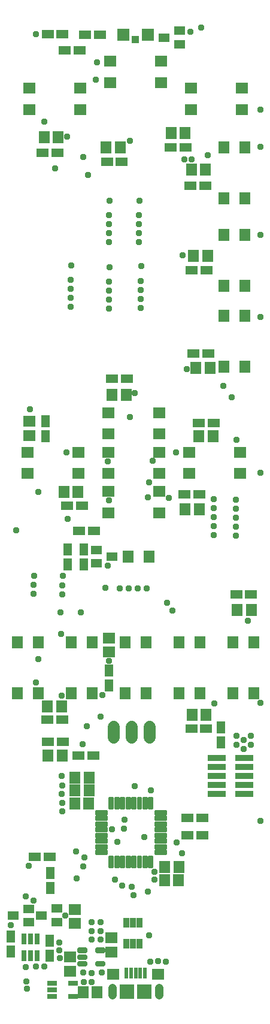
<source format=gbr>
G04 EAGLE Gerber RS-274X export*
G75*
%MOMM*%
%FSLAX34Y34*%
%LPD*%
%INSoldermask Top*%
%IPPOS*%
%AMOC8*
5,1,8,0,0,1.08239X$1,22.5*%
G01*
%ADD10R,1.503200X1.803200*%
%ADD11R,1.803200X1.503200*%
%ADD12R,1.103200X1.103200*%
%ADD13R,1.703200X1.703200*%
%ADD14R,1.603200X1.703200*%
%ADD15C,0.338938*%
%ADD16R,1.603200X1.203200*%
%ADD17C,0.506016*%
%ADD18R,1.384300X0.711200*%
%ADD19R,0.803200X1.553200*%
%ADD20R,0.812800X1.384300*%
%ADD21R,2.590800X0.965200*%
%ADD22R,0.603200X1.553200*%
%ADD23R,1.803200X1.603200*%
%ADD24R,2.103200X2.103200*%
%ADD25C,0.703200*%
%ADD26C,1.211200*%
%ADD27R,1.203200X1.703200*%
%ADD28R,1.703200X1.203200*%
%ADD29R,1.603200X1.803200*%
%ADD30C,1.727200*%
%ADD31C,0.959600*%


D10*
X251554Y178562D03*
X231554Y178562D03*
D11*
X40386Y806864D03*
X40386Y826864D03*
D10*
X109314Y726948D03*
X89314Y726948D03*
X260764Y702310D03*
X280764Y702310D03*
X289400Y1182370D03*
X269400Y1182370D03*
X292448Y1060704D03*
X272448Y1060704D03*
X296004Y901954D03*
X276004Y901954D03*
X66708Y354838D03*
X86708Y354838D03*
X65946Y423926D03*
X85946Y423926D03*
D11*
X152908Y520794D03*
X152908Y500794D03*
D10*
X270416Y412242D03*
X290416Y412242D03*
X124808Y305054D03*
X104808Y305054D03*
X334170Y560578D03*
X354170Y560578D03*
X125062Y322834D03*
X105062Y322834D03*
D11*
X156210Y76868D03*
X156210Y96868D03*
X97790Y49944D03*
X97790Y69944D03*
D10*
X116238Y19812D03*
X136238Y19812D03*
D11*
X104394Y117254D03*
X104394Y137254D03*
D10*
X252062Y196850D03*
X232062Y196850D03*
X124300Y287020D03*
X104300Y287020D03*
X148750Y1213866D03*
X168750Y1213866D03*
X61374Y1228598D03*
X81374Y1228598D03*
X240698Y1234440D03*
X260698Y1234440D03*
X157386Y863854D03*
X177386Y863854D03*
X280322Y805688D03*
X300322Y805688D03*
D12*
X190500Y1366522D03*
D13*
X208000Y1373022D03*
X173000Y1373022D03*
D14*
X180072Y636016D03*
X210072Y636016D03*
D15*
X149472Y271698D02*
X135228Y271698D01*
X135228Y275842D01*
X149472Y275842D01*
X149472Y271698D01*
X149472Y274918D02*
X135228Y274918D01*
X135228Y263698D02*
X149472Y263698D01*
X135228Y263698D02*
X135228Y267842D01*
X149472Y267842D01*
X149472Y263698D01*
X149472Y266918D02*
X135228Y266918D01*
X135228Y255698D02*
X149472Y255698D01*
X135228Y255698D02*
X135228Y259842D01*
X149472Y259842D01*
X149472Y255698D01*
X149472Y258918D02*
X135228Y258918D01*
X135228Y247698D02*
X149472Y247698D01*
X135228Y247698D02*
X135228Y251842D01*
X149472Y251842D01*
X149472Y247698D01*
X149472Y250918D02*
X135228Y250918D01*
X135228Y239698D02*
X149472Y239698D01*
X135228Y239698D02*
X135228Y243842D01*
X149472Y243842D01*
X149472Y239698D01*
X149472Y242918D02*
X135228Y242918D01*
X135228Y231698D02*
X149472Y231698D01*
X135228Y231698D02*
X135228Y235842D01*
X149472Y235842D01*
X149472Y231698D01*
X149472Y234918D02*
X135228Y234918D01*
X135228Y223698D02*
X149472Y223698D01*
X135228Y223698D02*
X135228Y227842D01*
X149472Y227842D01*
X149472Y223698D01*
X149472Y226918D02*
X135228Y226918D01*
X135228Y215698D02*
X149472Y215698D01*
X135228Y215698D02*
X135228Y219842D01*
X149472Y219842D01*
X149472Y215698D01*
X149472Y218918D02*
X135228Y218918D01*
X158222Y211092D02*
X158222Y196848D01*
X154078Y196848D01*
X154078Y211092D01*
X158222Y211092D01*
X158222Y200068D02*
X154078Y200068D01*
X154078Y203288D02*
X158222Y203288D01*
X158222Y206508D02*
X154078Y206508D01*
X154078Y209728D02*
X158222Y209728D01*
X166222Y211092D02*
X166222Y196848D01*
X162078Y196848D01*
X162078Y211092D01*
X166222Y211092D01*
X166222Y200068D02*
X162078Y200068D01*
X162078Y203288D02*
X166222Y203288D01*
X166222Y206508D02*
X162078Y206508D01*
X162078Y209728D02*
X166222Y209728D01*
X174222Y211092D02*
X174222Y196848D01*
X170078Y196848D01*
X170078Y211092D01*
X174222Y211092D01*
X174222Y200068D02*
X170078Y200068D01*
X170078Y203288D02*
X174222Y203288D01*
X174222Y206508D02*
X170078Y206508D01*
X170078Y209728D02*
X174222Y209728D01*
X182222Y211092D02*
X182222Y196848D01*
X178078Y196848D01*
X178078Y211092D01*
X182222Y211092D01*
X182222Y200068D02*
X178078Y200068D01*
X178078Y203288D02*
X182222Y203288D01*
X182222Y206508D02*
X178078Y206508D01*
X178078Y209728D02*
X182222Y209728D01*
X190222Y211092D02*
X190222Y196848D01*
X186078Y196848D01*
X186078Y211092D01*
X190222Y211092D01*
X190222Y200068D02*
X186078Y200068D01*
X186078Y203288D02*
X190222Y203288D01*
X190222Y206508D02*
X186078Y206508D01*
X186078Y209728D02*
X190222Y209728D01*
X198222Y211092D02*
X198222Y196848D01*
X194078Y196848D01*
X194078Y211092D01*
X198222Y211092D01*
X198222Y200068D02*
X194078Y200068D01*
X194078Y203288D02*
X198222Y203288D01*
X198222Y206508D02*
X194078Y206508D01*
X194078Y209728D02*
X198222Y209728D01*
X206222Y211092D02*
X206222Y196848D01*
X202078Y196848D01*
X202078Y211092D01*
X206222Y211092D01*
X206222Y200068D02*
X202078Y200068D01*
X202078Y203288D02*
X206222Y203288D01*
X206222Y206508D02*
X202078Y206508D01*
X202078Y209728D02*
X206222Y209728D01*
X214222Y211092D02*
X214222Y196848D01*
X210078Y196848D01*
X210078Y211092D01*
X214222Y211092D01*
X214222Y200068D02*
X210078Y200068D01*
X210078Y203288D02*
X214222Y203288D01*
X214222Y206508D02*
X210078Y206508D01*
X210078Y209728D02*
X214222Y209728D01*
X218828Y219842D02*
X233072Y219842D01*
X233072Y215698D01*
X218828Y215698D01*
X218828Y219842D01*
X218828Y218918D02*
X233072Y218918D01*
X233072Y227842D02*
X218828Y227842D01*
X233072Y227842D02*
X233072Y223698D01*
X218828Y223698D01*
X218828Y227842D01*
X218828Y226918D02*
X233072Y226918D01*
X233072Y235842D02*
X218828Y235842D01*
X233072Y235842D02*
X233072Y231698D01*
X218828Y231698D01*
X218828Y235842D01*
X218828Y234918D02*
X233072Y234918D01*
X233072Y243842D02*
X218828Y243842D01*
X233072Y243842D02*
X233072Y239698D01*
X218828Y239698D01*
X218828Y243842D01*
X218828Y242918D02*
X233072Y242918D01*
X233072Y251842D02*
X218828Y251842D01*
X233072Y251842D02*
X233072Y247698D01*
X218828Y247698D01*
X218828Y251842D01*
X218828Y250918D02*
X233072Y250918D01*
X233072Y259842D02*
X218828Y259842D01*
X233072Y259842D02*
X233072Y255698D01*
X218828Y255698D01*
X218828Y259842D01*
X218828Y258918D02*
X233072Y258918D01*
X233072Y267842D02*
X218828Y267842D01*
X233072Y267842D02*
X233072Y263698D01*
X218828Y263698D01*
X218828Y267842D01*
X218828Y266918D02*
X233072Y266918D01*
X233072Y275842D02*
X218828Y275842D01*
X233072Y275842D02*
X233072Y271698D01*
X218828Y271698D01*
X218828Y275842D01*
X218828Y274918D02*
X233072Y274918D01*
X210078Y280448D02*
X210078Y294692D01*
X214222Y294692D01*
X214222Y280448D01*
X210078Y280448D01*
X210078Y283668D02*
X214222Y283668D01*
X214222Y286888D02*
X210078Y286888D01*
X210078Y290108D02*
X214222Y290108D01*
X214222Y293328D02*
X210078Y293328D01*
X202078Y294692D02*
X202078Y280448D01*
X202078Y294692D02*
X206222Y294692D01*
X206222Y280448D01*
X202078Y280448D01*
X202078Y283668D02*
X206222Y283668D01*
X206222Y286888D02*
X202078Y286888D01*
X202078Y290108D02*
X206222Y290108D01*
X206222Y293328D02*
X202078Y293328D01*
X194078Y294692D02*
X194078Y280448D01*
X194078Y294692D02*
X198222Y294692D01*
X198222Y280448D01*
X194078Y280448D01*
X194078Y283668D02*
X198222Y283668D01*
X198222Y286888D02*
X194078Y286888D01*
X194078Y290108D02*
X198222Y290108D01*
X198222Y293328D02*
X194078Y293328D01*
X186078Y294692D02*
X186078Y280448D01*
X186078Y294692D02*
X190222Y294692D01*
X190222Y280448D01*
X186078Y280448D01*
X186078Y283668D02*
X190222Y283668D01*
X190222Y286888D02*
X186078Y286888D01*
X186078Y290108D02*
X190222Y290108D01*
X190222Y293328D02*
X186078Y293328D01*
X178078Y294692D02*
X178078Y280448D01*
X178078Y294692D02*
X182222Y294692D01*
X182222Y280448D01*
X178078Y280448D01*
X178078Y283668D02*
X182222Y283668D01*
X182222Y286888D02*
X178078Y286888D01*
X178078Y290108D02*
X182222Y290108D01*
X182222Y293328D02*
X178078Y293328D01*
X170078Y294692D02*
X170078Y280448D01*
X170078Y294692D02*
X174222Y294692D01*
X174222Y280448D01*
X170078Y280448D01*
X170078Y283668D02*
X174222Y283668D01*
X174222Y286888D02*
X170078Y286888D01*
X170078Y290108D02*
X174222Y290108D01*
X174222Y293328D02*
X170078Y293328D01*
X162078Y294692D02*
X162078Y280448D01*
X162078Y294692D02*
X166222Y294692D01*
X166222Y280448D01*
X162078Y280448D01*
X162078Y283668D02*
X166222Y283668D01*
X166222Y286888D02*
X162078Y286888D01*
X162078Y290108D02*
X166222Y290108D01*
X166222Y293328D02*
X162078Y293328D01*
X154078Y294692D02*
X154078Y280448D01*
X154078Y294692D02*
X158222Y294692D01*
X158222Y280448D01*
X154078Y280448D01*
X154078Y283668D02*
X158222Y283668D01*
X158222Y286888D02*
X154078Y286888D01*
X154078Y290108D02*
X158222Y290108D01*
X158222Y293328D02*
X154078Y293328D01*
D16*
X230783Y1369136D03*
X252783Y1378636D03*
X252783Y1359636D03*
X157050Y635762D03*
X135050Y626262D03*
X135050Y645262D03*
D17*
X120152Y77762D02*
X110980Y77762D01*
X110980Y80734D01*
X120152Y80734D01*
X120152Y77762D01*
X120152Y68262D02*
X110980Y68262D01*
X110980Y71234D01*
X120152Y71234D01*
X120152Y68262D01*
X120152Y58762D02*
X110980Y58762D01*
X110980Y61734D01*
X120152Y61734D01*
X120152Y58762D01*
X135880Y58762D02*
X145052Y58762D01*
X135880Y58762D02*
X135880Y61734D01*
X145052Y61734D01*
X145052Y58762D01*
X145052Y77762D02*
X135880Y77762D01*
X135880Y80734D01*
X145052Y80734D01*
X145052Y77762D01*
D18*
X72885Y32817D03*
X72885Y23317D03*
X72885Y13817D03*
X102222Y13817D03*
X102222Y32817D03*
D19*
X32715Y72072D03*
X42215Y72072D03*
X51715Y72072D03*
X32715Y95772D03*
X42215Y95772D03*
X51715Y95772D03*
D16*
X17778Y128372D03*
X39778Y137872D03*
X39778Y118872D03*
X57402Y128880D03*
X79402Y138380D03*
X79402Y119380D03*
D20*
X196368Y118428D03*
X186868Y118428D03*
X177368Y118428D03*
X177368Y89091D03*
X186868Y89091D03*
X196368Y89091D03*
D21*
X344061Y300253D03*
X305061Y300253D03*
X344061Y312953D03*
X305061Y312953D03*
X344061Y325653D03*
X305061Y325653D03*
X344061Y338353D03*
X305061Y338353D03*
X344061Y351053D03*
X305061Y351053D03*
D22*
X177754Y47578D03*
X184254Y47578D03*
X190754Y47578D03*
X197254Y47578D03*
X203754Y47578D03*
D23*
X158754Y45328D03*
X222754Y45328D03*
D24*
X178754Y20828D03*
X202754Y20828D03*
D25*
X157754Y20828D03*
X223754Y20828D03*
D26*
X157754Y15788D02*
X157754Y25868D01*
X223754Y25868D02*
X223754Y15788D01*
D27*
X311658Y373523D03*
X311658Y394573D03*
D28*
X259985Y723646D03*
X281035Y723646D03*
X289163Y1159764D03*
X268113Y1159764D03*
X291195Y1040130D03*
X270145Y1040130D03*
X293481Y923036D03*
X272431Y923036D03*
X66691Y373634D03*
X87741Y373634D03*
X86725Y405384D03*
X65675Y405384D03*
D27*
X152908Y474837D03*
X152908Y453787D03*
D28*
X290433Y392938D03*
X269383Y392938D03*
X353933Y582422D03*
X332883Y582422D03*
X130667Y354838D03*
X109617Y354838D03*
X110887Y671830D03*
X131937Y671830D03*
D27*
X117348Y645525D03*
X117348Y624475D03*
X94488Y624983D03*
X94488Y646033D03*
D28*
X87233Y1373632D03*
X66183Y1373632D03*
X90313Y1351026D03*
X111363Y1351026D03*
D27*
X13970Y99171D03*
X13970Y78121D03*
X68834Y72025D03*
X68834Y93075D03*
D28*
X171053Y1193546D03*
X150003Y1193546D03*
X80121Y1206500D03*
X59071Y1206500D03*
X261223Y1213866D03*
X240173Y1213866D03*
X157369Y887222D03*
X178419Y887222D03*
X301355Y824484D03*
X280305Y824484D03*
D27*
X62992Y805831D03*
X62992Y826881D03*
D28*
X114919Y707644D03*
X93869Y707644D03*
D23*
X154500Y1305800D03*
X226500Y1305800D03*
X154500Y1335800D03*
X226500Y1335800D03*
D29*
X345200Y1017948D03*
X345200Y1089948D03*
X315200Y1017948D03*
X315200Y1089948D03*
X345200Y903800D03*
X345200Y975800D03*
X315200Y903800D03*
X315200Y975800D03*
X23100Y514790D03*
X23100Y442790D03*
X53100Y514790D03*
X53100Y442790D03*
X99300Y514790D03*
X99300Y442790D03*
X129300Y514790D03*
X129300Y442790D03*
X175500Y514790D03*
X175500Y442790D03*
X205500Y514790D03*
X205500Y442790D03*
X251700Y514790D03*
X251700Y442790D03*
X281700Y514790D03*
X281700Y442790D03*
X327900Y514790D03*
X327900Y442790D03*
X357900Y514790D03*
X357900Y442790D03*
D23*
X40200Y1267700D03*
X112200Y1267700D03*
X40200Y1297700D03*
X112200Y1297700D03*
X268800Y1267700D03*
X340800Y1267700D03*
X268800Y1297700D03*
X340800Y1297700D03*
X152341Y809027D03*
X224341Y809027D03*
X152341Y839027D03*
X224341Y839027D03*
X266641Y753401D03*
X338641Y753401D03*
X266641Y783401D03*
X338641Y783401D03*
X38041Y753401D03*
X110041Y753401D03*
X38041Y783401D03*
X110041Y783401D03*
X152341Y697775D03*
X224341Y697775D03*
X152341Y727775D03*
X224341Y727775D03*
X152341Y753401D03*
X224341Y753401D03*
X152341Y783401D03*
X224341Y783401D03*
D29*
X345200Y1141925D03*
X345200Y1213925D03*
X315200Y1141925D03*
X315200Y1213925D03*
D27*
X70358Y167529D03*
X70358Y188579D03*
D28*
X68869Y211328D03*
X47819Y211328D03*
X118888Y1372870D03*
X139938Y1372870D03*
X263820Y241630D03*
X284870Y241630D03*
X263592Y266548D03*
X284642Y266548D03*
D30*
X159512Y379984D02*
X159512Y395224D01*
X184912Y395224D02*
X184912Y379984D01*
X210312Y379984D02*
X210312Y395224D01*
D31*
X222783Y63856D03*
X211455Y63576D03*
X233375Y63373D03*
X83058Y79248D03*
X83312Y68580D03*
X82804Y90424D03*
X13688Y115062D03*
X209296Y100584D03*
X86360Y325882D03*
X86614Y311912D03*
X86360Y299974D03*
X86614Y287274D03*
X86614Y275590D03*
X216916Y189992D03*
X216916Y179324D03*
X333502Y382778D03*
X343154Y376174D03*
X353822Y370078D03*
X353314Y382524D03*
X332994Y369570D03*
X343408Y364236D03*
X128016Y119126D03*
X140970Y119126D03*
X128524Y106680D03*
X140970Y106680D03*
X128270Y94742D03*
X140970Y94996D03*
X91088Y128170D03*
X39370Y199136D03*
X49530Y1373886D03*
X349504Y545338D03*
X152654Y488696D03*
X150837Y623277D03*
X189738Y867156D03*
X40894Y844296D03*
X259842Y1196594D03*
X269494Y1196594D03*
X267970Y1377442D03*
X182626Y1223264D03*
X301498Y716534D03*
X301498Y703834D03*
X301498Y691134D03*
X301498Y678434D03*
X301498Y665734D03*
X332740Y716280D03*
X332740Y703580D03*
X332740Y690880D03*
X332740Y678180D03*
X332740Y665480D03*
X46736Y608838D03*
X46482Y595630D03*
X46482Y582930D03*
X87376Y608584D03*
X87122Y595376D03*
X87122Y582676D03*
X93980Y1229360D03*
X257048Y1061720D03*
X262636Y900684D03*
X333502Y800354D03*
X53086Y726694D03*
X86106Y439166D03*
X302006Y428244D03*
X99568Y1047242D03*
X99060Y1026668D03*
X99060Y1013968D03*
X99060Y1001268D03*
X99060Y988568D03*
X153670Y1044956D03*
X153162Y1024382D03*
X153162Y1011682D03*
X153162Y998982D03*
X153162Y986282D03*
X198374Y1045972D03*
X197866Y1025398D03*
X197866Y1012698D03*
X197866Y999998D03*
X197866Y987298D03*
X153416Y1138936D03*
X152908Y1118362D03*
X152908Y1105662D03*
X152908Y1092962D03*
X152908Y1080262D03*
X196088Y1138682D03*
X195580Y1118108D03*
X195580Y1105408D03*
X195580Y1092708D03*
X195580Y1080008D03*
X147828Y591312D03*
X168402Y590804D03*
X181102Y590804D03*
X193802Y590804D03*
X206502Y590804D03*
X61468Y56642D03*
X36220Y35560D03*
X37287Y25375D03*
X49378Y56464D03*
X21562Y672592D03*
X117602Y34544D03*
X128778Y34544D03*
X116332Y47752D03*
X128524Y47244D03*
X142748Y47752D03*
X164592Y232410D03*
X367058Y261874D03*
X283210Y1383030D03*
X367058Y1266952D03*
X367058Y1214374D03*
X367058Y1090422D03*
X367058Y974598D03*
X367058Y753872D03*
X367058Y428976D03*
X84836Y526288D03*
X84074Y557276D03*
X35306Y55626D03*
X35560Y155702D03*
X45974Y149352D03*
X106172Y218694D03*
X116586Y1200404D03*
X121412Y395732D03*
X115824Y370840D03*
X116332Y198120D03*
X76962Y1183894D03*
X106934Y180848D03*
X61214Y1250696D03*
X182372Y832612D03*
X161036Y179324D03*
X171704Y170942D03*
X248158Y782828D03*
X185166Y168910D03*
X234696Y570738D03*
X94742Y688594D03*
X92710Y782828D03*
X256097Y216219D03*
X292862Y1203198D03*
X248920Y231648D03*
X326898Y860552D03*
X314706Y877062D03*
X203148Y239724D03*
X212090Y305054D03*
X134112Y1309370D03*
X242316Y559054D03*
X187706Y157480D03*
X207772Y162052D03*
X237490Y718820D03*
X112776Y556514D03*
X189738Y311150D03*
X118110Y210312D03*
X175260Y263652D03*
X173962Y251460D03*
X156972Y250416D03*
X122936Y1175004D03*
X136144Y1334516D03*
X152654Y715010D03*
X208280Y719582D03*
X151384Y770636D03*
X215166Y771144D03*
X209804Y740918D03*
X53340Y490982D03*
X49756Y457962D03*
X140970Y409956D03*
X143256Y439928D03*
M02*

</source>
